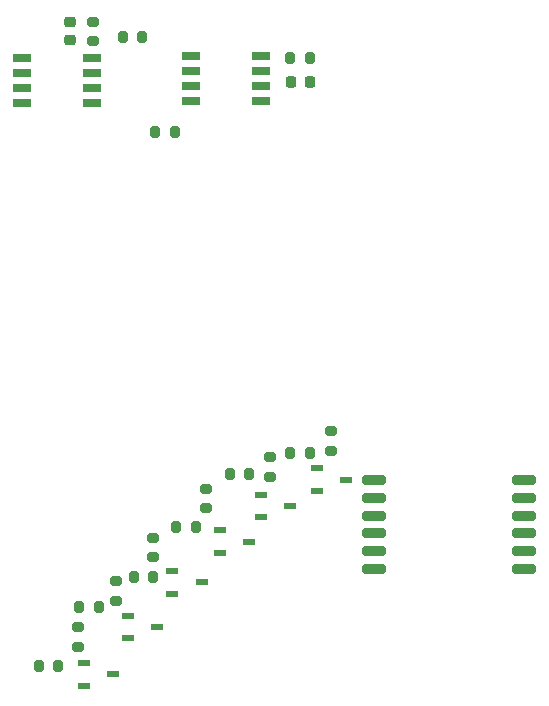
<source format=gbr>
%TF.GenerationSoftware,KiCad,Pcbnew,8.0.1-rc1*%
%TF.CreationDate,2024-03-31T01:12:23-05:00*%
%TF.ProjectId,dome_rgbwauv_pcb,646f6d65-5f72-4676-9277-6175765f7063,rev?*%
%TF.SameCoordinates,Original*%
%TF.FileFunction,Paste,Top*%
%TF.FilePolarity,Positive*%
%FSLAX46Y46*%
G04 Gerber Fmt 4.6, Leading zero omitted, Abs format (unit mm)*
G04 Created by KiCad (PCBNEW 8.0.1-rc1) date 2024-03-31 01:12:23*
%MOMM*%
%LPD*%
G01*
G04 APERTURE LIST*
G04 Aperture macros list*
%AMRoundRect*
0 Rectangle with rounded corners*
0 $1 Rounding radius*
0 $2 $3 $4 $5 $6 $7 $8 $9 X,Y pos of 4 corners*
0 Add a 4 corners polygon primitive as box body*
4,1,4,$2,$3,$4,$5,$6,$7,$8,$9,$2,$3,0*
0 Add four circle primitives for the rounded corners*
1,1,$1+$1,$2,$3*
1,1,$1+$1,$4,$5*
1,1,$1+$1,$6,$7*
1,1,$1+$1,$8,$9*
0 Add four rect primitives between the rounded corners*
20,1,$1+$1,$2,$3,$4,$5,0*
20,1,$1+$1,$4,$5,$6,$7,0*
20,1,$1+$1,$6,$7,$8,$9,0*
20,1,$1+$1,$8,$9,$2,$3,0*%
G04 Aperture macros list end*
%ADD10RoundRect,0.200000X-0.200000X-0.275000X0.200000X-0.275000X0.200000X0.275000X-0.200000X0.275000X0*%
%ADD11RoundRect,0.200000X-0.275000X0.200000X-0.275000X-0.200000X0.275000X-0.200000X0.275000X0.200000X0*%
%ADD12RoundRect,0.200000X-0.800000X-0.200000X0.800000X-0.200000X0.800000X0.200000X-0.800000X0.200000X0*%
%ADD13RoundRect,0.200000X-0.812500X-0.200000X0.812500X-0.200000X0.812500X0.200000X-0.812500X0.200000X0*%
%ADD14RoundRect,0.225000X0.250000X-0.225000X0.250000X0.225000X-0.250000X0.225000X-0.250000X-0.225000X0*%
%ADD15R,1.070000X0.600000*%
%ADD16R,1.524000X0.660400*%
%ADD17RoundRect,0.200000X0.200000X0.275000X-0.200000X0.275000X-0.200000X-0.275000X0.200000X-0.275000X0*%
%ADD18RoundRect,0.225000X-0.225000X-0.250000X0.225000X-0.250000X0.225000X0.250000X-0.225000X0.250000X0*%
G04 APERTURE END LIST*
D10*
%TO.C,R15*%
X99363044Y-106448659D03*
X101013044Y-106448659D03*
%TD*%
D11*
%TO.C,R7*%
X118938044Y-88798659D03*
X118938044Y-90448659D03*
%TD*%
%TO.C,R5*%
X113500000Y-91500000D03*
X113500000Y-93150000D03*
%TD*%
D12*
%TO.C,U1*%
X140478144Y-90746759D03*
D13*
X140490644Y-92246759D03*
X140490644Y-93746759D03*
X140490644Y-95246759D03*
X140490644Y-96746759D03*
X140490644Y-98246759D03*
D12*
X127778144Y-90746759D03*
D13*
X127765644Y-92246759D03*
X127765644Y-93746759D03*
X127765644Y-95246759D03*
X127765644Y-96746759D03*
X127765644Y-98246759D03*
%TD*%
D11*
%TO.C,R2*%
X104000000Y-51925000D03*
X104000000Y-53575000D03*
%TD*%
%TO.C,R13*%
X105938044Y-99298659D03*
X105938044Y-100948659D03*
%TD*%
D14*
%TO.C,C1*%
X102000000Y-53525000D03*
X102000000Y-51975000D03*
%TD*%
D15*
%TO.C,Q1*%
X114708044Y-94998659D03*
X114708044Y-96898659D03*
X117188044Y-95948659D03*
%TD*%
D16*
%TO.C,IC1*%
X97964644Y-55043659D03*
X97964644Y-56313659D03*
X97964644Y-57583659D03*
X97964644Y-58853659D03*
X103911444Y-58853659D03*
X103911444Y-57583659D03*
X103911444Y-56313659D03*
X103911444Y-55043659D03*
%TD*%
D15*
%TO.C,Q2*%
X118208044Y-91998659D03*
X118208044Y-93898659D03*
X120688044Y-92948659D03*
%TD*%
D16*
%TO.C,IC2*%
X112276600Y-54845000D03*
X112276600Y-56115000D03*
X112276600Y-57385000D03*
X112276600Y-58655000D03*
X118223400Y-58655000D03*
X118223400Y-57385000D03*
X118223400Y-56115000D03*
X118223400Y-54845000D03*
%TD*%
D10*
%TO.C,R16*%
X102788044Y-101448659D03*
X104438044Y-101448659D03*
%TD*%
D15*
%TO.C,Q5*%
X103198044Y-106248659D03*
X103198044Y-108148659D03*
X105678044Y-107198659D03*
%TD*%
D10*
%TO.C,R8*%
X115538044Y-90198659D03*
X117188044Y-90198659D03*
%TD*%
D15*
%TO.C,Q6*%
X106948044Y-102248659D03*
X106948044Y-104148659D03*
X109428044Y-103198659D03*
%TD*%
D17*
%TO.C,R1*%
X108150000Y-53250000D03*
X106500000Y-53250000D03*
%TD*%
D15*
%TO.C,Q4*%
X110698044Y-98448659D03*
X110698044Y-100348659D03*
X113178044Y-99398659D03*
%TD*%
%TO.C,Q3*%
X122948044Y-89748659D03*
X122948044Y-91648659D03*
X125428044Y-90698659D03*
%TD*%
D10*
%TO.C,R6*%
X111038044Y-94698659D03*
X112688044Y-94698659D03*
%TD*%
%TO.C,R14*%
X107438044Y-98948659D03*
X109088044Y-98948659D03*
%TD*%
D11*
%TO.C,R11*%
X109013044Y-95623659D03*
X109013044Y-97273659D03*
%TD*%
D18*
%TO.C,C2*%
X120750000Y-57000000D03*
X122300000Y-57000000D03*
%TD*%
D17*
%TO.C,R4*%
X122325000Y-55000000D03*
X120675000Y-55000000D03*
%TD*%
D10*
%TO.C,R10*%
X120688044Y-88448659D03*
X122338044Y-88448659D03*
%TD*%
D11*
%TO.C,R9*%
X124113044Y-86623659D03*
X124113044Y-88273659D03*
%TD*%
D10*
%TO.C,R3*%
X109250000Y-61250000D03*
X110900000Y-61250000D03*
%TD*%
D11*
%TO.C,R12*%
X102688044Y-103198659D03*
X102688044Y-104848659D03*
%TD*%
M02*

</source>
